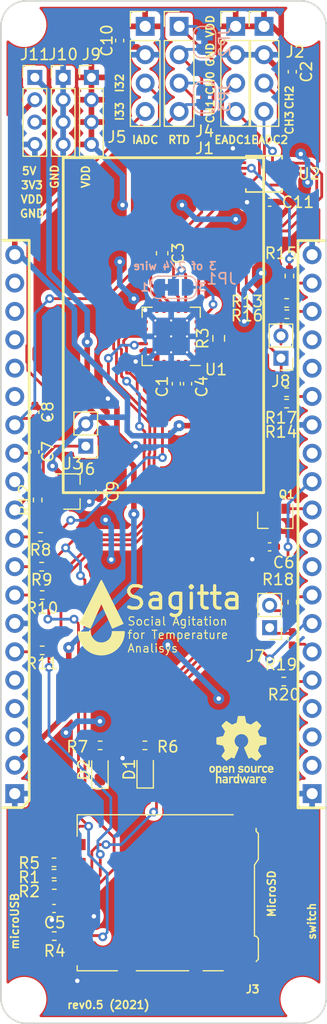
<source format=kicad_pcb>
(kicad_pcb (version 20211014) (generator pcbnew)
  (layers (0 "F.Cu" signal) (31 "B.Cu" signal) (34 "B.Paste" user) (35 "F.Paste" user) (36 "B.SilkS" user "B.Silkscreen") (37 "F.SilkS" user "F.Silkscreen") (38 "B.Mask" user) (39 "F.Mask" user) (44 "Edge.Cuts" user))
  (net 0 "")
  (net 1 "GND")
  (net 2 "+3V3")
  (net 3 "Net-(C3-Pad1)")
  (net 4 "Net-(C3-Pad2)")
  (net 5 "Net-(J1-Pad4)")
  (net 6 "Net-(J1-Pad3)")
  (net 7 "UART2RX")
  (net 8 "UART2TX")
  (net 9 "SCL")
  (net 10 "SDA")
  (net 11 "+5V")
  (net 12 "Net-(JM1-Pad15)")
  (net 13 "EADC_RDY")
  (net 14 "MISO")
  (net 15 "MOSI")
  (net 16 "SCLK")
  (net 17 "RTD_CS")
  (net 18 "Net-(JP1-Pad2)")
  (net 19 "VDD")
  (net 20 "Net-(JM1-Pad2)")
  (net 21 "Net-(JM1-Pad4)")
  (net 22 "VCC_SWITCH")
  (net 23 "Net-(JM1-Pad21)")
  (net 24 "Net-(JM1-Pad22)")
  (net 25 "Net-(JM1-Pad23)")
  (net 26 "Net-(JM1-Pad12)")
  (net 27 "Net-(JM1-Pad13)")
  (net 28 "Net-(JM1-Pad14)")
  (net 29 "Net-(D1-Pad2)")
  (net 30 "Net-(D2-Pad2)")
  (net 31 "BLUELED")
  (net 32 "GREENLED")
  (net 33 "SWITCH")
  (net 34 "Net-(C7-Pad2)")
  (net 35 "Net-(C8-Pad2)")
  (net 36 "Net-(J2-Pad4)")
  (net 37 "Net-(J2-Pad3)")
  (net 38 "SD_CS")
  (net 39 "Net-(J4-Pad4)")
  (net 40 "Net-(J4-Pad1)")
  (net 41 "Net-(J6-Pad1)")
  (net 42 "Net-(JM1-Pad27)")
  (net 43 "Net-(R3-Pad1)")
  (net 44 "Net-(R3-Pad2)")
  (footprint "Connector_Card:microSD_HC_Hirose_DM3AT-SF-PEJM5" (layer "F.Cu") (at 127.762 140.081 90)
    (fp_text reference "J3")
    (fp_text value "MicroSD")
  )
  (footprint "Package_TO_SOT_SMD:SOT-23" (layer "F.Cu") (at 137.668 106.68 -90)
    (fp_text reference "Q1")
    (fp_text value "BSS84" hide)
  )
  (footprint "Package_DFN_QFN:QFN-20-1EP_5x5mm_P0.65mm_EP3.35x3.35mm_ThermalVias" (layer "F.Cu") (at 128.319999 90.246999 180)
    (fp_text reference "U1")
    (fp_text value "MAX31865" hide)
  )
  (footprint "Symbol:OSHW-Logo_5.7x6mm_SilkScreen" (layer "F.Cu") (at 134.62 127.254)
    (fp_text reference "openhardwarelogo1" hide)
    (fp_text value "Logo_Open_Hardware_Large" hide)
  )
  (footprint "Capacitor_SMD:C_0402_1005Metric_Pad0.74x0.62mm_HandSolder" (layer "F.Cu") (at 128.778 94.488 90)
    (fp_text reference "C1")
    (fp_text value "0.1uF")
  )
  (footprint "Capacitor_SMD:C_0402_1005Metric_Pad0.74x0.62mm_HandSolder" (layer "F.Cu") (at 139.192 66.548 90)
    (fp_text reference "C2")
    (fp_text value "0.1uF")
  )
  (footprint "Capacitor_SMD:C_0402_1005Metric_Pad0.74x0.62mm_HandSolder" (layer "F.Cu") (at 129.794 94.488 90)
    (fp_text reference "C4")
    (fp_text value "0.1uF")
  )
  (footprint "Capacitor_SMD:C_0402_1005Metric_Pad0.74x0.62mm_HandSolder" (layer "F.Cu") (at 137.16 109.093)
    (fp_text reference "C6")
    (fp_text value "0.1uF")
  )
  (footprint "Capacitor_SMD:C_0402_1005Metric_Pad0.74x0.62mm_HandSolder" (layer "F.Cu") (at 116.078 100.584 -90)
    (fp_text reference "C7")
    (fp_text value "0.1uF")
  )
  (footprint "Capacitor_SMD:C_0402_1005Metric_Pad0.74x0.62mm_HandSolder" (layer "F.Cu") (at 116.078 97.028 -90)
    (fp_text reference "C8")
    (fp_text value "0.1uF")
  )
  (footprint "Capacitor_SMD:C_0402_1005Metric_Pad0.74x0.62mm_HandSolder" (layer "F.Cu") (at 121.92 104.14 -90)
    (fp_text reference "C9")
    (fp_text value "0.1uF")
  )
  (footprint "Capacitor_SMD:C_0402_1005Metric_Pad0.74x0.62mm_HandSolder" (layer "F.Cu") (at 123.698 63.754 90)
    (fp_text reference "C10")
    (fp_text value "0.1uF")
  )
  (footprint "LED_SMD:LED_0603_1608Metric_Pad1.05x0.95mm_HandSolder" (layer "F.Cu") (at 125.984 129.032 90)
    (fp_text reference "D1")
    (fp_text value "BLUE")
  )
  (footprint "LED_SMD:LED_0603_1608Metric_Pad1.05x0.95mm_HandSolder" (layer "F.Cu") (at 121.92 129.0575 90)
    (fp_text reference "D2")
    (fp_text value "GREEN")
  )
  (footprint "Connector_PinHeader_2.54mm:PinHeader_1x04_P2.54mm_Vertical" (layer "F.Cu") (at 134.112 62.484)
    (fp_text reference "J1")
    (fp_text value "EADC1")
  )
  (footprint "Connector_PinHeader_2.54mm:PinHeader_1x04_P2.54mm_Vertical" (layer "F.Cu") (at 136.652 62.484)
    (fp_text reference "J2")
    (fp_text value "EADC2")
  )
  (footprint "Connector_PinHeader_2.00mm:PinHeader_1x02_P2.00mm_Vertical" (layer "F.Cu") (at 137.16 116.332 180)
    (fp_text reference "J7")
    (fp_text value "UART2")
  )
  (footprint "Connector_PinHeader_2.00mm:PinHeader_1x02_P2.00mm_Vertical" (layer "F.Cu") (at 138.176 92.202 180)
    (fp_text reference "J8")
    (fp_text value "I2C")
  )
  (footprint "Connector_PinHeader_2.00mm:PinHeader_1x04_P2.00mm_Vertical" (layer "F.Cu") (at 121.158 67.056)
    (fp_text reference "J9")
    (fp_text value "SENSVDD")
  )
  (footprint "Connector_PinHeader_2.00mm:PinHeader_1x04_P2.00mm_Vertical" (layer "F.Cu") (at 118.618 67.056)
    (fp_text reference "J10")
    (fp_text value "SENSGND")
  )
  (footprint "Resistor_SMD:R_0402_1005Metric_Pad0.72x0.64mm_HandSolder" (layer "F.Cu") (at 117.797924 138.362658)
    (fp_text reference "R1")
    (fp_text value "10k")
  )
  (footprint "Resistor_SMD:R_0402_1005Metric_Pad0.72x0.64mm_HandSolder" (layer "F.Cu") (at 117.820924 139.378658)
    (fp_text reference "R2")
    (fp_text value "10k")
  )
  (footprint "Resistor_SMD:R_0603_1608Metric_Pad0.98x0.95mm_HandSolder" (layer "F.Cu") (at 132.588 90.424 90)
    (fp_text reference "R3")
    (fp_text value "430 0.1%")
  )
  (footprint "Resistor_SMD:R_0402_1005Metric_Pad0.72x0.64mm_HandSolder" (layer "F.Cu") (at 117.820924 143.950658)
    (fp_text reference "R4")
    (fp_text value "10k")
  )
  (footprint "Resistor_SMD:R_0402_1005Metric_Pad0.72x0.64mm_HandSolder" (layer "F.Cu") (at 117.797924 137.346658)
    (fp_text reference "R5")
    (fp_text value "10k")
  )
  (footprint "Resistor_SMD:R_0402_1005Metric_Pad0.72x0.64mm_HandSolder" (layer "F.Cu") (at 125.961 126.873)
    (fp_text reference "R6")
    (fp_text value "1k")
  )
  (footprint "Resistor_SMD:R_0402_1005Metric_Pad0.72x0.64mm_HandSolder" (layer "F.Cu") (at 121.943 126.873)
    (fp_text reference "R7")
    (fp_text value "1k")
  )
  (footprint "Resistor_SMD:R_0402_1005Metric_Pad0.72x0.64mm_HandSolder" (layer "F.Cu") (at 116.586 108.204 180)
    (fp_text reference "R8")
    (fp_text value "2k")
  )
  (footprint "Resistor_SMD:R_0402_1005Metric_Pad0.72x0.64mm_HandSolder" (layer "F.Cu") (at 116.69 110.871 180)
    (fp_text reference "R9")
    (fp_text value "2k")
  )
  (footprint "Resistor_SMD:R_0402_1005Metric_Pad0.72x0.64mm_HandSolder" (layer "F.Cu") (at 116.736 113.411 180)
    (fp_text reference "R10")
    (fp_text value "2k")
  )
  (footprint "Resistor_SMD:R_0402_1005Metric_Pad0.72x0.64mm_HandSolder" (layer "F.Cu") (at 116.736 118.364 180)
    (fp_text reference "R11")
    (fp_text value "2k")
  )
  (footprint "Resistor_SMD:R_0402_1005Metric_Pad0.72x0.64mm_HandSolder" (layer "F.Cu") (at 138.684 87.249)
    (fp_text reference "R13")
    (fp_text value "4.7k")
  )
  (footprint "Resistor_SMD:R_0402_1005Metric_Pad0.72x0.64mm_HandSolder" (layer "F.Cu") (at 138.684 96.266)
    (fp_text reference "R14")
    (fp_text value "4.7k")
  )
  (footprint "Resistor_SMD:R_0402_1005Metric_Pad0.72x0.64mm_HandSolder" (layer "F.Cu") (at 138.938 84.836 90)
    (fp_text reference "R15")
    (fp_text value "100r")
  )
  (footprint "Resistor_SMD:R_0402_1005Metric_Pad0.72x0.64mm_HandSolder" (layer "F.Cu") (at 138.707 88.265 180)
    (fp_text reference "R16")
    (fp_text value "360r")
  )
  (footprint "Resistor_SMD:R_0402_1005Metric_Pad0.72x0.64mm_HandSolder" (layer "F.Cu") (at 138.684 95.25 180)
    (fp_text reference "R17")
    (fp_text value "360r")
  )
  (footprint "Resistor_SMD:R_0402_1005Metric_Pad0.72x0.64mm_HandSolder" (layer "F.Cu") (at 139.192 114.046 -90)
    (fp_text reference "R18")
    (fp_text value "1k")
  )
  (footprint "Resistor_SMD:R_0402_1005Metric_Pad0.72x0.64mm_HandSolder" (layer "F.Cu") (at 139.192 117.325 90)
    (fp_text reference "R19")
    (fp_text value "1k")
  )
  (footprint "Package_TO_SOT_SMD:SOT-23" (layer "F.Cu") (at 119.38 104.14)
    (fp_text reference "U3")
    (fp_text value "A1104LLHL")
  )
  (footprint "Connector_PinHeader_2.54mm:PinHeader_1x04_P2.54mm_Vertical" (layer "F.Cu") (at 125.984 62.484)
    (fp_text reference "J5")
    (fp_text value "IADC")
  )
  (footprint "Package_SO:TSSOP-10_3x3mm_P0.5mm" (layer "F.Cu") (at 136.652 75.692)
    (fp_text reference "U2")
    (fp_text value "ADS1115IDGS" hide)
  )
  (footprint "Connector_PinHeader_2.54mm:PinHeader_1x04_P2.54mm_Vertical" (layer "F.Cu") (at 129.032 62.484)
    (fp_text reference "J4")
    (fp_text value "RTD")
  )
  (footprint "Capacitor_SMD:C_0603_1608Metric_Pad1.08x0.95mm_HandSolder" (layer "F.Cu") (at 127.508 82.804 -90)
    (fp_text reference "C3")
    (fp_text value "10nF 0.1%")
  )
  (footprint "Resistor_SMD:R_0402_1005Metric_Pad0.72x0.64mm_HandSolder" (layer "F.Cu") (at 116.332 104.902 90)
    (fp_text reference "R12")
    (fp_text value "1k")
  )
  (footprint "Connector_PinHeader_2.00mm:PinHeader_1x02_P2.00mm_Vertical" (layer "F.Cu") (at 120.65 100.076 180)
    (fp_text reference "J6")
    (fp_text value "SWITCH")
  )
  (footprint "Connector_PinHeader_2.00mm:PinHeader_1x04_P2.00mm_Vertical" (layer "F.Cu") (at 116.078 67.056)
    (fp_text reference "J11")
    (fp_text value "POWER")
  )
  (footprint "Capacitor_SMD:C_0402_1005Metric_Pad0.74x0.62mm_HandSolder" (layer "F.Cu") (at 137.16 78.232)
    (fp_text reference "C11")
    (fp_text value "0.1uF")
  )
  (footprint "Resistor_SMD:R_0402_1005Metric_Pad0.72x0.64mm_HandSolder" (layer "F.Cu") (at 138.43 121.158 180)
    (fp_text reference "R20")
    (fp_text value "2k")
  )
  (footprint "Capacitor_SMD:C_0402_1005Metric_Pad0.74x0.62mm_HandSolder" (layer "F.Cu") (at 117.7965 141.478 180)
    (fp_text reference "C5")
    (fp_text value "0.1uF")
  )
  (footprint "Sagitta:Pocket32" (layer "F.Cu") (at 115.5446 62.611)
    (fp_text reference "JM1" hide)
    (fp_text value "Conn_Pocket32" hide)
  )
  (footprint "Jumper:SolderJumper-3_P1.3mm_Bridged12_RoundedPad1.0x1.5mm_NumberLabels" (layer "B.Cu") (at 128.524 85.852)
    (fp_text reference "JP1")
    (fp_text value "3 of 2/4 wire")
  )
  (footprint "Jumper:SolderJumper-2_P1.3mm_Bridged_RoundedPad1.0x1.5mm" (layer "B.Cu") (at 131.318 68.834 90)
    (fp_text reference "JP3")
    (fp_text value " ")
  )
  (footprint "Jumper:SolderJumper-2_P1.3mm_Bridged_RoundedPad1.0x1.5mm" (layer "B.Cu") (at 131.318 63.896 90)
    (fp_text reference "JP2")
    (fp_text value " ")
  )
  (gr_poly (pts (xy 120.0531 116.7638) (xy 120.9929 116.7384) (xy 121.1453 117.221) (xy 121.5517 117.6528) (xy 122.047 117.7798) (xy 122.6693 117.602) (xy 122.9614 117.1829) (xy 123.0884 116.7511) (xy 124.079 116.7384) (xy 123.8504 117.6655) (xy 123.2154 118.3767) (xy 122.4788 118.6942) (xy 121.6025 118.6815) (xy 120.7389 118.2751) (xy 120.1547 117.4496) (xy 120.0404 116.8527)) (layer "F.SilkS") (width 0.15) (fill solid))
  (gr_poly (pts (xy 120.142 115.951) (xy 121.031 116.332) (xy 122.047 114.046) (xy 123.063 116.332) (xy 123.952 115.951) (xy 122.047 112.141)) (layer "F.SilkS") (width 0.15) (fill solid))
  (gr_line (start 123.063 116.713) (end 124.079 116.713) (layer "F.SilkS") (width 0.15))
  (gr_arc (start 123.063 116.713) (mid 122.047 117.729) (end 121.031 116.713) (layer "F.SilkS") (width 0.15))
  (gr_arc (start 124.079 116.713) (mid 122.047 118.745) (end 120.015 116.713) (layer "F.SilkS") (width 0.15))
  (gr_line (start 123.952 115.951) (end 122.047 112.141) (layer "F.SilkS") (width 0.15))
  (gr_line (start 123.063 116.332) (end 123.952 115.951) (layer "F.SilkS") (width 0.15))
  (gr_line (start 122.047 114.046) (end 123.063 116.332) (layer "F.SilkS") (width 0.15))
  (gr_line (start 121.031 116.332) (end 122.047 114.046) (layer "F.SilkS") (width 0.15))
  (gr_line (start 122.047 112.141) (end 120.142 115.951) (layer "F.SilkS") (width 0.15))
  (gr_arc (start 115.316 151.765) (mid 113.699554 151.095446) (end 113.03 149.479) (layer "Edge.Cuts") (width 0.15))
  (gr_line (start 139.954 151.765) (end 115.316 151.765) (layer "Edge.Cuts") (width 0.15))
  (gr_arc (start 139.954 60.198) (mid 141.570446 60.867554) (end 142.24 62.484) (layer "Edge.Cuts") (width 0.15))
  (gr_line (start 113.03 149.479) (end 113.03 62.484) (layer "Edge.Cuts") (width 0.15))
  (gr_arc (start 113.03 62.484) (mid 113.699554 60.867554) (end 115.316 60.198) (layer "Edge.Cuts") (width 0.15))
  (gr_arc (start 142.23648 149.352196) (mid 141.614673 151.049974) (end 139.954 151.765) (layer "Edge.Cuts") (width 0.15))
  (gr_line (start 142.24 62.484) (end 142.23648 149.352196) (layer "Edge.Cuts") (width 0.15))
  (gr_line (start 115.316 60.198) (end 139.954 60.198) (layer "Edge.Cuts") (width 0.15))
  (gr_text "Social Agitation\nfor Temperature\nAnalisys\n" (at 124.333 116.967) (layer "F.SilkS") (effects (font (size 0.75 0.75) (thickness 0.1)) (justify left)))
  (gr_text "Sagitta" (at 129.413 113.665) (layer "F.SilkS") (effects (font (size 2 2) (thickness 0.3))))
  (gr_text "GND" (at 115.824 79.248) (layer "F.SilkS") (effects (font (size 0.7 0.7))))
  (gr_text "GND" (at 117.856 75.946 90) (layer "F.SilkS") (effects (font (size 0.7 0.7))))
  (gr_text "VDD" (at 120.65 75.946 90) (layer "F.SilkS") (effects (font (size 0.7 0.7))))
  (gr_text "VDD" (at 115.824 77.978) (layer "F.SilkS") (effects (font (size 0.7 0.7))))
  (gr_text "EADC2" (at 137.16 72.644) (layer "F.SilkS") (effects (font (size 0.7 0.7))))
  (gr_text "VDD" (at 131.826 62.484 90) (layer "F.SilkS") (effects (font (size 0.7 0.7))))
  (gr_text "GND" (at 131.826 65.024 90) (layer "F.SilkS") (effects (font (size 0.7 0.7))))
  (gr_text "CH1" (at 131.826 70.104 90) (layer "F.SilkS") (effects (font (size 0.7 0.7))))
  (gr_text "I32" (at 123.698 67.564 90) (layer "F.SilkS") (effects (font (size 0.7 0.7))))
  (gr_text "rev0.5 (2021)" (at 122.682 150.114) (layer "F.SilkS") (effects (font (size 0.7 0.7))))
  (gr_text "IADC" (at 125.984 72.644) (layer "F.SilkS") (effects (font (size 0.7 0.7))))
  (gr_text "RTD" (at 129.032 72.644) (layer "F.SilkS") (effects (font (size 0.7 0.7))))
  (gr_text "CH2" (at 138.938 68.834 90) (layer "F.SilkS") (effects (font (size 0.7 0.7))))
  (gr_text "EADC1" (at 133.858 72.644) (layer "F.SilkS") (effects (font (size 0.7 0.7))))
  (gr_text "3V3" (at 115.824 76.708) (layer "F.SilkS") (effects (font (size 0.7 0.7))))
  (gr_text "CH0" (at 131.826 67.564 90) (layer "F.SilkS") (effects (font (size 0.7 0.7))))
  (gr_text "CH3" (at 138.938 71.12 90) (layer "F.SilkS") (effects (font (size 0.7 0.7))))
  (gr_text "I33" (at 123.698 70.104 90) (layer "F.SilkS") (effects (font (size 0.7 0.7))))
  (gr_text "5V" (at 115.57 75.438) (layer "F.SilkS") (effects (font (size 0.7 0.7))))
  (segment (start 133.696998 75.692) (end 134.502 75.692) (width 0.3) (layer "F.Cu") (net 1))
  (segment (start 133.601999 75.597001) (end 133.696998 75.692) (width 0.3) (layer "F.Cu") (net 1))
  (segment (start 133.601999 73.662001) (end 133.601999 75.597001) (width 0.3) (layer "F.Cu") (net 1))
  (segment (start 126.0855 129.921) (end 124.180506 128.016006) (width 0.5) (layer "F.Cu") (net 1))
  (segment (start 134.502 74.692) (end 134.502 74.05) (width 0.3) (layer "F.Cu") (net 1))
  (segment (start 116.078 99.00824) (end 117.28499 97.80125) (width 0.5) (layer "F.Cu") (net 1))
  (segment (start 121.92 104.7075) (end 120.9475 104.7075) (width 0.5) (layer "F.Cu") (net 1))
  (segment (start 136.5925 109.093) (end 135.602951 110.082549) (width 0.5) (layer "F.Cu") (net 1))
  (segment (start 125.844999 91.546999) (end 127.019999 91.546999) (width 0.5) (layer "F.Cu") (net 1))
  (segment (start 129.994998 91.921998) (end 128.319999 90.246999) (width 0.5) (layer "F.Cu") (net 1))
  (segment (start 130.43901 94.346222) (end 130.43901 92.36601) (width 0.25) (layer "F.Cu") (net 1))
  (segment (start 121.844 129.921) (end 123.748994 128.016006) (width 0.5) (layer "F.Cu") (net 1))
  (segment (start 120.037 147.806) (end 119.888 147.955) (width 0.5) (layer "F.Cu") (net 1))
  (segment (start 124.180506 128.016006) (end 123.952018 128.016006) (width 0.5) (layer "F.Cu") (net 1))
  (segment (start 123.444 98.92572) (end 124.616292 100.098012) (width 0.5) (layer "F.Cu") (net 1))
  (segment (start 120.963001 104.723001) (end 120.963001 105.03452) (width 0.5) (layer "F.Cu") (net 1))
  (segment (start 120.75294 142.806) (end 121.378046 142.180894) (width 0.5) (layer "F.Cu") (net 1))
  (segment (start 130.43901 92.36601) (end 129.994998 91.921998) (width 0.5) (layer "F.Cu") (net 1))
  (segment (start 116.078 100.0165) (end 116.078 99.06) (width 0.5) (layer "F.Cu") (net 1))
  (segment (start 124.616292 100.098012) (end 125.12393 100.098012) (width 0.5) (layer "F.Cu") (net 1))
  (segment (start 118.364 141.732) (end 117.602 142.494) (width 0.5) (layer "F.Cu") (net 1))
  (segment (start 123.138809 96.317383) (end 122.63881 95.817384) (width 0.5) (layer "F.Cu") (net 1))
  (segment (start 137.6085 65.9805) (end 136.652 65.024) (width 0.5) (layer "F.Cu") (net 1))
  (segment (start 116.078 96.4605) (end 116.20949 96.4605) (width 0.5) (layer "F.Cu") (net 1))
  (segment (start 134.502 74.05) (end 133.858 73.406) (width 0.5) (layer "F.Cu") (net 1))
  (segment (start 123.444 98.92572) (end 123.444 96.622574) (width 0.5) (layer "F.Cu") (net 1))
  (segment (start 120.9475 104.7075) (end 120.38 104.14) (width 0.5) (layer "F.Cu") (net 1))
  (segment (start 120.037 142.806) (end 120.75294 142.806) (width 0.5) (layer "F.Cu") (net 1))
  (segment (start 116.20949 96.4605) (end 117.28499 97.536) (width 0.5) (layer "F.Cu") (net 1))
  (segment (start 139.192 65.9805) (end 137.6085 65.9805) (width 0.5) (layer "F.Cu") (net 1))
  (segment (start 129.794 94.973) (end 130.128168 94.638832) (width 0.25) (layer "F.Cu") (net 1))
  (segment (start 123.444 96.622574) (end 123.138809 96.317383) (width 0.5) (layer "F.Cu") (net 1))
  (segment (start 126.096001 87.771999) (end 125.984 87.884) (width 0.5) (layer "F.Cu") (net 1))
  (segment (start 127.019999 92.721999) (end 127.019999 91.546999) (width 0.5) (layer "F.Cu") (net 1))
  (segment (start 123.698 64.3215) (end 125.2815 64.3215) (width 0.5) (layer "F.Cu") (net 1))
  (segment (start 116.078 99.00824) (end 116.078 100.0165) (width 0.3) (layer "F.Cu") (net 1))
  (segment (start 135.602951 110.082549) (end 135.602951 110.202951) (width 0.5) (layer "F.Cu") (net 1))
  (segment (start 120.037 145.956) (end 120.037 147.806) (width 0.5) (layer "F.Cu") (net 1))
  (segment (start 118.364 141.478) (end 118.364 141.732) (width 0.5) (layer "F.Cu") (net 1))
  (segment (start 123.444 97.205989) (end 123.444 98.92572) (width 0.5) (layer "F.Cu") (net 1))
  (segment (start 130.128168 94.638832) (end 130.1464 94.638832) (width 0.25) (layer "F.Cu") (net 1))
  (segment (start 127.019999 91.546999) (end 128.319999 90.246999) (width 0.5) (layer "F.Cu") (net 1))
  (segment (start 123.748994 128.016006) (end 123.952018 128.016006) (width 0.5) (layer "F.Cu") (net 1))
  (segment (start 127.019999 87.771999) (end 126.096001 87.771999) (width 0.5) (layer "F.Cu") (net 1))
  (segment (start 130.1464 94.638832) (end 130.43901 94.346222) (width 0.25) (layer "F.Cu") (net 1))
  (segment (start 136.5925 78.232) (end 135.128 78.232) (width 0.5) (layer "F.Cu") (net 1))
  (segment (start 128.778 94.973) (end 129.794 94.973) (width 0.5) (layer "F.Cu") (net 1))
  (segment (start 133.858 73.406) (end 133.601999 73.662001) (width 0.5) (layer "F.Cu") (net 1))
  (segment (start 117.28499 97.80125) (end 117.28499 97.536) (width 0.5) (layer "F.Cu") (net 1))
  (segment (start 125.2815 64.3215) (end 125.984 65.024) (width 0.5) (layer "F.Cu") (net 1))
  (segment (start 120.9475 104.7075) (end 120.963001 104.723001) (width 0.5) (layer "F.Cu") (net 1))
  (via (at 133.858 73.406) (size 1) (drill 0.4) (layers "F.Cu" "B.Cu") (net 1))
  (via (at 125.12393 100.098012) (size 1) (drill 0.4) (layers "F.Cu" "B.Cu") (net 1))
  (via (at 135.602951 110.202951) (size 1) (drill 0.4) (layers "F.Cu" "B.Cu") (net 1))
  (via (at 121.378046 142.180894) (size 1) (drill 0.4) (layers "F.Cu" "B.Cu") (net 1))
  (via (at 119.888 147.955) (size 1) (drill 0.4) (layers "F.Cu" "B.Cu") (net 1))
  (via (at 123.952018 128.016006) (size 1) (drill 0.4) (layers "F.Cu" "B.Cu") (net 1))
  (via (at 135.128 78.232) (size 1) (drill 0.4) (layers "F.Cu" "B.Cu") (net 1))
  (via (at 117.28499 97.536) (size 1) (drill 0.4) (layers "F.Cu" "B.Cu") (net 1))
  (via (at 122.63881 95.817384) (size 1) (drill 0.4) (layers "F.Cu" "B.Cu") (net 1))
  (via (at 125.984 87.884) (size 1) (drill 0.4) (layers "F.Cu" "B.Cu") (net 1))
  (via (at 120.963001 105.03452) (size 1) (drill 0.4) (layers "F.Cu" "B.Cu") (net 1))
  (via (at 117.602 142.494) (size 1) (drill 0.4) (layers "F.Cu" "B.Cu") (net 1))
  (via (at 125.132033 92.497229) (size 1) (drill 0.4) (layers "F.Cu" "B.Cu") (net 1))
  (segment (start 126.647512 88.574512) (end 128.319999 90.246999) (width 0.5) (layer "B.Cu") (net 1))
  (segment (start 126.647512 88.547512) (end 125.984 87.884) (width 0.5) (layer "B.Cu") (net 1))
  (segment (start 126.647512 91.919488) (end 126.069771 92.497229) (width 0.5) (layer "B.Cu") (net 1))
  (segment (start 126.647512 88.547512) (end 126.647512 88.574512) (width 0.5) (layer "B.Cu") (net 1))
  (segment (start 127.254 86.614) (end 125.984 87.884) (width 0.5) (layer "B.Cu") (net 1))
  (segment (start 130.783 92.71) (end 130.81 92.71) (width 0.5) (layer "B.Cu") (net 1))
  (segment (start 127.254 85.852) (end 127.254 86.614) (width 0.5) (layer "B.Cu") (net 1))
  (segment (start 126.069771 92.497229) (end 125.132033 92.497229) (width 0.5) (layer "B.Cu") (net 1))
  (segment (start 129.992488 88.574512) (end 130.81 87.757) (width 0.5) (layer "B.Cu") (net 1))
  (segment (start 131.261845 98.241845) (end 129.0325 98.241845) (width 0.5) (layer "F.Cu") (net 2))
  (segment (start 121.5375 103.19) (end 118.38 103.19) (width 0.5) (layer "F.Cu") (net 2))
  (segment (start 118.38 103.19) (end 118.38 102.56899) (width 0.5) (layer "F.Cu") (net 2))
  (segment (start 136.718 105.68) (end 136.718 103.698) (width 0.5) (layer "F.Cu") (net 2))
  (segment (start 121.92 103.5725) (end 121.5375 103.19) (width 0.5) (layer "F.Cu") (net 2))
  (segment (start 136.718 103.698) (end 131.261845 98.241845) (width 0.5) (layer "F.Cu") (net 2))
  (segment (start 118.38 102.56899) (end 117.66501 101.854) (width 0.5) (layer "F.Cu") (net 2))
  (segment (start 114.2746 70.8594) (end 114.2746 82.931) (width 0.5) (layer "F.Cu") (net 2))
  (segment (start 116.078 69.056) (end 114.2746 70.8594) (width 0.5) (layer "F.Cu") (net 2))
  (segment (start 117.602 101.854) (end 117.66501 101.854) (width 0.5) (layer "F.Cu") (net 2))
  (via (at 129.0325 98.241845) (size 1) (drill 0.4) (layers "F.Cu" "B.Cu") (net 2))
  (via (at 117.66501 101.854) (size 1) (drill 0.4) (layers "F.Cu" "B.Cu") (net 2))
  (segment (start 128.81 98.076) (end 128.81 98.076) (width 0.5) (layer "B.Cu") (net 2))
  (segment (start 124.394001 97.484001) (end 121.241999 97.484001) (width 0.5) (layer "B.Cu") (net 2))
  (segment (start 124.813998 99.148002) (end 128.126343 99.148002) (width 0.5) (layer "B.Cu") (net 2))
  (segment (start 119.634 90.943996) (end 124.394001 95.703997) (width 0.5) (layer "B.Cu") (net 2))
  (segment (start 121.241999 97.484001) (end 120.65 98.076) (width 0.5) (layer "B.Cu") (net 2))
  (segment (start 114.726677 82.931) (end 119.634 87.838323) (width 0.5) (layer "B.Cu") (net 2))
  (segment (start 120.65 98.076) (end 120.770001 97.955999) (width 0.5) (layer "B.Cu") (net 2))
  (segment (start 114.3 82.931) (end 114.726677 82.931) (width 0.5) (layer "B.Cu") (net 2))
  (segment (start 119.634 87.838323) (end 119.634 90.943996) (width 0.5) (layer "B.Cu") (net 2))
  (segment (start 120.65 98.076) (end 117.66501 101.06099) (width 0.5) (layer "B.Cu") (net 2))
  (segment (start 117.66501 101.06099) (end 117.66501 101.854) (width 0.5) (layer "B.Cu") (net 2))
  (segment (start 124.371998 97.506004) (end 124.371998 98.706002) (width 0.5) (layer "B.Cu") (net 2))
  (segment (start 124.394001 97.484001) (end 124.371998 97.506004) (width 0.5) (layer "B.Cu") (net 2))
  (segment (start 124.371998 98.706002) (end 124.813998 99.148002) (width 0.5) (layer "B.Cu") (net 2))
  (segment (start 128.126343 99.148002) (end 129.0325 98.241845) (width 0.5) (layer "B.Cu") (net 2))
  (segment (start 124.394001 95.703997) (end 124.394001 97.484001) (width 0.5) (layer "B.Cu") (net 2))
  (segment (start 128.524 86.267165) (end 128.524 81.665231) (width 0.25) (layer "F.Cu") (net 3))
  (segment (start 131.064 67.056) (end 129.032 65.024) (width 0.25) (layer "F.Cu") (net 3))
  (segment (start 128.24773 81.9415) (end 128.589615 81.599615) (width 0.25) (layer "F.Cu") (net 3))
  (segment (start 128.969999 87.296999) (end 128.969999 87.771999) (width 0.25) (layer "F.Cu") (net 3))
  (segment (start 128.524 81.665231) (end 128.589615 81.599615) (width 0.25) (layer "F.Cu") (net 3))
  (segment (start 128.969999 86.713164) (end 128.524 86.267165) (width 0.25) (layer "F.Cu") (net 3))
  (segment (start 131.064 79.125231) (end 131.064 67.056) (width 0.25) (layer "F.Cu") (net 3))
  (segment (start 127.508 81.9415) (end 128.24773 81.9415) (width 0.25) (layer "F.Cu") (net 3))
  (segment (start 128.969999 87.771999) (end 128.969999 86.713164) (width 0.25) (layer "F.Cu") (net 3))
  (segment (start 128.589615 81.599615) (end 131.064 79.125231) (width 0.25) (layer "F.Cu") (net 3))
  (segment (start 129.51 64.546) (end 129.032 65.024) (width 0.25) (layer "B.Cu") (net 3))
  (segment (start 131.318 64.546) (end 129.51 64.546) (width 0.25) (layer "B.Cu") (net 3))
  (segment (start 127.508 83.6665) (end 125.73 81.8885) (width 0.25) (layer "F.Cu") (net 4))
  (segment (start 127.4075 83.6665) (end 126.492 84.582) (width 0.25) (layer "F.Cu") (net 4))
  (segment (start 126.492 85.569) (end 128.319999 87.396999) (width 0.25) (layer "F.Cu") (net 4))
  (segment (start 130.302 70.866) (end 130.302 68.834) (width 0.25) (layer "F.Cu") (net 4))
  (segment (start 125.73 75.438) (end 130.302 70.866) (width 0.25) (layer "F.Cu") (net 4))
  (segment (start 130.302 68.834) (end 129.032 67.564) (width 0.25) (layer "F.Cu") (net 4))
  (segment (start 125.73 81.8885) (end 125.73 75.438) (width 0.25) (layer "F.Cu") (net 4))
  (segment (start 128.319999 87.396999) (end 128.319999 87.771999) (width 0.25) (layer "F.Cu") (net 4))
  (segment (start 126.492 84.582) (end 126.492 85.569) (width 0.25) (layer "F.Cu") (net 4))
  (segment (start 127.508 83.6665) (end 127.4075 83.6665) (width 0.25) (layer "F.Cu") (net 4))
  (segment (start 129.032 67.564) (end 130.698 67.564) (width 0.25) (layer "B.Cu") (net 4))
  (segment (start 130.698 67.564) (end 131.318 68.184) (width 0.25) (layer "B.Cu") (net 4))
  (segment (start 136.24588 75.74812) (end 135.302 76.692) (width 0.25) (layer "F.Cu") (net 5))
  (segment (start 134.112 70.104) (end 136.238988 72.230988) (width 0.25) (layer "F.Cu") (net 5))
  (segment (start 136.238988 74.956401) (end 136.24588 74.963293) (width 0.25) (layer "F.Cu") (net 5))
  (segment (start 136.238988 72.230988) (end 136.238988 74.956401) (width 0.25) (layer "F.Cu") (net 5))
  (segment (start 135.302 76.692) (end 134.502 76.692) (width 0.25) (layer "F.Cu") (net 5))
  (segment (start 136.24588 74.963293) (end 136.24588 75.74812) (width 0.25) (layer "F.Cu") (net 5))
  (segment (start 134.502 76.192) (end 133.525232 76.192) (width 0.25) (layer "F.Cu") (net 6))
  (segment (start 132.936999 68.739001) (end 134.112 67.564) (width 0.25) (layer "F.Cu") (net 6))
  (segment (start 133.525232 76.192) (end 132.936999 75.603767) (width 0.25) (layer "F.Cu") (net 6))
  (segment (start 132.936999 75.603767) (end 132.936999 68.739001) (width 0.25) (layer "F.Cu") (net 6))
  (segment (start 137.668 116.84) (end 137.16 116.332) (width 0.25) (layer "F.Cu") (net 7))
  (segment (start 139.192 116.84) (end 137.668 116.84) (width 0.25) (layer "F.Cu") (net 7))
  (segment (start 137.636 114.808) (end 138.915 114.808) (width 0.25) (layer "F.Cu") (net 8))
  (segment (start 137.16 114.332) (end 137.636 114.808) (width 0.25) (layer "F.Cu") (net 8))
  (segment (start 138.915 114.808) (end 139.192 114.531) (width 0.25) (layer "F.Cu") (net 8))
  (segment (start 138.779191 80.808998) (end 138.081998 80.808998) (width 0.25) (layer "F.Cu") (net 9))
  (segment (start 138.176 88.851004) (end 138.176 90.932) (width 0.25) (layer "F.Cu") (net 9))
  (segment (start 141.839371 77.748818) (end 138.779191 80.808998) (width 0.25) (layer "F.Cu") (net 9))
  (segment (start 138.081998 80.808998) (end 135.064998 83.825998) (width 0.25) (layer "F.Cu") (net 9))
  (segment (start 138.1095 88.265) (end 138.1095 88.784504) (width 0.25) (layer "F.Cu") (net 9))
  (segment (start 135.064998 85.740002) (end 138.176 88.851004) (width 0.25) (layer "F.Cu") (net 9))
  (segment (start 138.849001 74.739001) (end 140.858415 74.739001) (width 0.25) (layer "F.Cu") (net 9))
  (segment (start 135.064998 83.825998) (end 135.064998 85.740002) (width 0.25) (layer "F.Cu") (net 9))
  (segment (start 141.839454 75.72004) (end 141.839371 77.748818) (width 0.25) (layer "F.Cu") (net 9))
  (segment (start 138.802 74.692) (end 138.849001 74.739001) (width 0.25) (layer "F.Cu") (net 9))
  (segment (start 138.1095 88.784504) (end 138.176 88.851004) (width 0.25) (layer "F.Cu") (net 9))
  (segment (start 140.858415 74.739001) (end 141.839454 75.72004) (width 0.25) (layer "F.Cu") (net 9))
  (segment (start 138.199 92.225) (end 138.176 92.202) (width 0.25) (layer "F.Cu") (net 10))
  (segment (start 134.366 86.233) (end 134.366 83.888585) (width 0.25) (layer "F.Cu") (net 10))
  (segment (start 134.366 83.888585) (end 137.895598 80.358987) (width 0.25) (layer "F.Cu") (net 10))
  (segment (start 138.176 92.202) (end 136.652 90.678) (width 0.25) (layer "F.Cu") (net 10))
  (segment (start 138.338794 80.358987) (end 141.389379 77.308402) (width 0.25) (layer "F.Cu") (net 10))
  (segment (start 136.652 88.519) (end 134.366 86.233) (width 0.25) (layer "F.Cu") (net 10))
  (segment (start 141.389435 75.906433) (end 140.675002 75.192) (width 0.25) (layer "F.Cu") (net 10))
  (segment (start 138.199 95.25) (end 138.199 92.225) (width 0.25) (layer "F.Cu") (net 10))
  (segment (start 137.895598 80.358987) (end 138.338794 80.358987) (width 0.25) (layer "F.Cu") (net 10))
  (segment (start 136.652 90.678) (end 136.652 88.519) (width 0.25) (layer "F.Cu") (net 10))
  (segment (start 140.675002 75.192) (end 138.802 75.192) (width 0.25) (layer "F.Cu") (net 10))
  (segment (start 141.389379 77.308402) (end 141.389435 75.906433) (width 0.25) (layer "F.Cu") (net 10))
  (segment (start 117.475 125.476) (end 117.729 125.222) (width 0.5) (layer "F.Cu") (net 11))
  (segment (start 117.729 125.222) (end 119.120979 123.830021) (width 0.5) (layer "F.Cu") (net 11))
  (segment (start 124.968 106.172008) (end 124.968 101.855726) (width 0.5) (layer "F.Cu") (net 11))
  (segment (start 122.615567 99.503293) (end 122.615567 98.376565) (width 0.5) (layer "F.Cu") (net 11))
  (segment (start 114.3 128.651) (end 117.729 125.222) (width 0.5) (layer "F.Cu") (net 11))
  (segment (start 120.781126 96.542124) (end 120.781126 90.747604) (width 0.5) (layer "F.Cu") (net 11))
  (segment (start 124.968 101.855726) (end 122.615567 99.503293) (width 0.5) (layer "F.Cu") (net 11))
  (segment (start 119.120979 118.817106) (end 119.120979 118.11) (width 0.5) (layer "F.Cu") (net 11))
  (segment (start 122.615567 98.376565) (end 120.781126 96.542124) (width 0.5) (layer "F.Cu") (net 11))
  (segment (start 119.120979 123.830021) (end 119.120979 118.817106) (width 0.5) (layer "F.Cu") (net 11))
  (via (at 119.120979 118.11) (size 1) (drill 0.4) (layers "F.Cu" "B.Cu") (net 11))
  (via (at 120.781126 90.747604) (size 1) (drill 0.4) (layers "F.Cu" "B.Cu") (net 11))
  (via (at 124.968 106.172008) (size 1) (drill 0.4) (layers "F.Cu" "B.Cu") (net 11))
  (segment (start 124.968 112.262979) (end 124.968 106.172008) (width 0.5) (layer "B.Cu") (net 11))
  (segment (start 120.781126 87.995484) (end 120.781126 90.747604) (width 0.5) (layer "B.Cu") (net 11))
  (segment (start 117.348 68.326) (end 117.348 84.562358) (width 0.5) (layer "B.Cu") (net 11))
  (segment (start 117.348 84.562358) (end 120.781126 87.995484) (width 0.5) (layer "B.Cu") (net 11))
  (segment (start 116.078 67.056) (end 117.348 68.326) (width 0.5) (layer "B.Cu") (net 11))
  (segment (start 119.120979 118.11) (end 124.968 112.262979) (width 0.5) (layer "B.Cu") (net 11))
  (segment (start 139.0275 121.158) (end 140.84747 121.158) (width 0.25) (layer "F.Cu") (net 12))
  (segment (start 140.84747 121.158) (end 140.97447 121.031) (width 0.25) (layer "F.Cu") (net 12))
  (segment (start 135.520274 75.192) (end 135.520878 75.191396) (width 0.25) (layer "F.Cu") (net 13))
  (segment (start 134.502 75.192) (end 135.520274 75.192) (width 0.25) (layer "F.Cu") (net 13))
  (segment (start 138.938 83.312) (end 138.938 84.2385) (width 0.25) (layer "F.Cu") (net 13))
  (via (at 138.938 83.312) (size 0.8) (drill 0.4) (layers "F.Cu" "B.Cu") (net 13))
  (via (at 135.520878 75.191396) (size 0.8) (drill 0.4) (layers "F.Cu" "B.Cu") (net 13))
  (segment (start 138.938 78.608518) (end 138.938 83.312) (width 0.25) (layer "B.Cu") (net 13))
  (segment (start 135.520878 75.191396) (end 138.938 78.608518) (width 0.25) (layer "B.Cu") (net 13))
  (segment (start 120.084315 134.112) (end 120.904 134.112) (width 0.25) (layer "F.Cu") (net 14))
  (segment (start 119.595042 115.57) (end 119.995041 115.969999) (width 0.25) (layer "F.Cu") (net 14))
  (segment (start 126.332988 106.918427) (end 126.332988 100.746369) (width 0.25) (layer "F.Cu") (net 14))
  (segment (start 124.788403 108.463012) (end 126.332988 106.918427) (width 0.25) (layer "F.Cu") (net 14))
  (segment (start 125.143709 90.896999) (end 125.006011 91.034697) (width 0.25) (layer "F.Cu") (net 14))
  (segment (start 122.682 94.293385) (end 122.682 92.202) (width 0.25) (layer "F.Cu") (net 14))
  (segment (start 118.282924 135.913391) (end 120.084315 134.112) (width 0.25) (layer "F.Cu") (net 14))
  (segment (start 118.282924 137.346658) (end 118.282924 135.913391) (width 0.25) (layer "F.Cu") (net 14))
  (segment (start 117.3335 115.4815) (end 117.245 115.57) (width 0.25) (layer "F.Cu") (net 14))
  (segment (start 126.332988 100.746369) (end 126.398943 100.680414) (width 0.25) (layer "F.Cu") (net 14))
  (segment (start 125.369999 90.896999) (end 125.844999 90.896999) (width 0.25) (layer "F.Cu") (net 14))
  (segment (start 126.398943 100.680414) (end 126.398943 98.010328) (width 0.25) (layer "F.Cu") (net 14))
  (segment (start 122.062 143.906) (end 122.174 144.018) (width 0.25) (layer "F.Cu") (net 14))
  (segment (start 126.398943 98.010328) (end 122.682 94.293385) (width 0.25) (layer "F.Cu") (net 14))
  (segment (start 119.995041 133.203041) (end 120.904 134.112) (width 0.25) (layer "F.Cu") (net 14))
  (segment (start 120.037 143.906) (end 122.062 143.906) (width 0.25) (layer "F.Cu") (net 14))
  (segment (start 119.995041 115.969999) (end 119.995041 133.203041) (width 0.25) (layer "F.Cu") (net 14))
  (segment (start 117.221 113.411) (end 117.221 112.728413) (width 0.25) (layer "F.Cu") (net 14))
  (segment (start 117.3335 113.411) (end 117.3335 115.4815) (width 0.25) (layer "F.Cu") (net 14))
  (segment (start 125.844999 90.896999) (end 125.143709 90.896999) (width 0.25) (layer "F.Cu") (net 14))
  (segment (start 117.221 112.728413) (end 121.4864 108.463012) (width 0.25) (layer "F.Cu") (net 14))
  (segment (start 121.4864 108.463012) (end 124.788403 108.463012) (width 0.25) (layer "F.Cu") (net 14))
  (via (at 117.245 115.57) (size 0.8) (drill 0.4) (layers "F.Cu" "B.Cu") (net 14))
  (via (at 122.682 92.202) (size 0.8) (drill 0.4) (layers "F.Cu" "B.Cu") (net 14))
  (via (at 125.006011 91.034697) (size 0.8) (drill 0.4) (layers "F.Cu" "B.Cu") (net 14))
  (via (at 119.595042 115.57) (size 0.8) (drill 0.4) (layers "F.Cu" "B.Cu") (net 14))
  (via (at 122.174 144.018) (size 0.8) (drill 0.4) (layers "F.Cu" "B.Cu") (net 14))
  (via (at 120.904 134.112) (size 0.8) (drill 0.4) (layers "F.Cu" "B.Cu") (net 14))
  (segment (start 120.904 136.653789) (end 122.573999 138.323788) (width 0.25) (layer "B.Cu") (net 14))
  (segment (start 122.573999 138.323788) (end 122.573999 143.618001) (width 0.25) (layer "B.Cu") (net 14))
  (segment (start 125.006011 91.034697) (end 123.849303 91.034697) (width 0.25) (layer "B.Cu") (net 14))
  (segment (start 123.849303 91.034697) (end 122.682 92.202) (width 0.25) (layer "B.Cu") (net 14))
  (segment (start 120.904 134.112) (end 120.904 136.653789) (width 0.25) (layer "B.Cu") (net 14))
  (segment (start 119.31299 115.57) (end 117.245 115.57) (width 0.25) (layer "B.Cu") (net 14))
  (segment (start 122.573999 143.618001) (end 122.174 144.018) (width 0.25) (layer "B.Cu") (net 14))
  (segment (start 118.305924 139.378658) (end 119.909658 139.378658) (width 0.25) (layer "F.Cu") (net 15))
  (segment (start 123.153002 90.264002) (end 123.153001 91.345999) (width 0.25) (layer "F.Cu") (net 15))
  (segment (start 123.407001 91.599999) (end 123.407001 94.381975) (width 0.25) (layer "F.Cu") (net 15))
  (segment (start 126.782999 100.932769) (end 126.782999 107.104827) (width 0.25) (layer "F.Cu") (net 15))
  (segment (start 121.6728 108.913023) (end 118.420021 112.165802) (width 0.25) (layer "F.Cu") (net 15))
  (segment (start 117.348 118.3785) (end 117.3335 118.364) (width 0.25) (layer "F.Cu") (net 15))
  (segment (start 119.909658 139.378658) (end 120.037 139.506) (width 0.25) (layer "F.Cu") (net 15))
  (segment (start 126.848954 100.866814) (end 126.782999 100.932769) (width 0.25) (layer "F.Cu") (net 15))
  (segment (start 121.952266 138.523323) (end 121.952266 136.629053) (width 0.25) (layer "F.Cu") (net 15))
  (segment (start 124.974803 108.913023) (end 121.6728 108.913023) (width 0.25) (layer "F.Cu") (net 15))
  (segment (start 125.844999 88.946999) (end 124.470005 88.946999) (width 0.25) (layer "F.Cu") (net 15))
  (segment (start 126.848954 97.823928) (end 126.848954 100.866814) (width 0.25) (layer "F.Cu") (net 15))
  (segment (start 118.420021 117.164979) (end 117.221 118.364) (width 0.25) (layer "F.Cu") (net 15))
  (segment (start 123.153001 91.345999) (end 123.407001 91.599999) (width 0.25) (layer "F.Cu") (net 15))
  (segment (start 124.470005 88.946999) (end 123.153002 90.264002) (width 0.25) (layer "F.Cu") (net 15))
  (segment (start 118.420021 112.165802) (end 118.420021 117.164979) (width 0.25) (layer "F.Cu") (net 15))
  (segment (start 120.969589 139.506) (end 121.952266 138.523323) (width 0.25) (layer "F.Cu") (net 15))
  (segment (start 117.348 119.888) (end 117.348 118.3785) (width 0.25) (layer "F.Cu") (net 15))
  (segment (start 123.407001 94.381975) (end 126.848954 97.823928) (width 0.25) (layer "F.Cu") (net 15))
  (segment (start 126.782999 107.104827) (end 124.974803 108.913023) (width 0.25) (layer "F.Cu") (net 15))
  (segment (start 120.037 139.506) (end 120.969589 139.506) (width 0.25) (layer "F.Cu") (net 15))
  (via (at 117.348 119.888) (size 0.8) (drill 0.4) (layers "F.Cu" "B.Cu") (net 15))
  (via (at 121.952266 136.629053) (size 0.8) (drill 0.4) (layers "F.Cu" "B.Cu") (net 15))
  (segment (start 122.899001 131.535001) (end 122.899001 134.251327) (width 0.25) (layer "B.Cu") (net 15))
  (segment (start 117.348 125.984) (end 122.899001 131.535001) (width 0.25) (layer "B.Cu") (net 15))
  (segment (start 121.739989 136.416776) (end 121.952266 136.629053) (width 0.25) (layer "B.Cu") (net 15))
  (segment (start 122.899001 134.251327) (end 121.739989 135.410339) (width 0.25) (layer "B.Cu") (net 15))
  (segment (start 121.739989 135.410339) (end 121.739989 136.416776) (width 0.25) (layer "B.Cu") (net 15))
  (segment (start 117.348 119.888) (end 117.348 125.984) (width 0.25) (layer "B.Cu") (net 15))
  (segment (start 123.603013 90.450402) (end 124.456416 89.596999) (width 0.25) (layer "F.Cu") (net 16))
  (segment (start 120.037 141.706) (end 120.422 141.706) (width 0.25) (layer "F.Cu") (net 16))
  (segment (start 123.603011 91.159598) (end 123.603013 90.450402) (width 0.25) (layer "F.Cu") (net 16))
  (segment (start 125.948932 100.494014) (end 125.948932 98.770944) (width 0.25) (layer "F.Cu") (net 16))
  (segment (start 123.857012 91.413599) (end 123.603011 91.159598) (width 0.25) (layer "F.Cu") (net 16))
  (segment (start 124.602003 108.013001) (end 125.882977 106.732027) (width 0.25) (layer "F.Cu") (net 16))
  (segment (start 117.175 110.857174) (end 118.842087 109.190087) (width 0.25) (layer "F.Cu") (net 16))
  (segment (start 118.842087 109.190087) (end 120.019173 108.013001) (width 0.25) (layer "F.Cu") (net 16))
  (segment (start 125.882977 106.732027) (end 125.882977 100.559969) (width 0.25) (layer "F.Cu") (net 16))
  (segment (start 124.319167 94.265186) (end 123.857012 93.803031) (width 0.25) (layer "F.Cu") (net 16))
  (segment (start 125.948932 98.770944) (end 125.475988 98.298) (width 0.25) (layer "F.Cu") (net 16))
  (segment (start 123.857012 93.803031) (end 123.857012 91.413599) (width 0.25) (layer "F.Cu") (net 16))
  (segment (start 123.19 137.922) (end 123.19 135.128) (width 0.25) (layer "F.Cu") (net 16))
  (segment (start 118.418424 142.947576) (end 118.418424 143.950658) (width 0.25) (layer "F.Cu") (net 16))
  (segment (start 117.175 110.871) (end 117.175 110.857174) (width 0.25) (layer "F.Cu") (net 16))
  (segment (start 125.882977 100.559969) (end 125.948932 100.494014) (width 0.25) (layer "F.Cu") (net 16))
  (segment (start 121.412 139.7) (end 123.19 137.922) (width 0.25) (layer "F.Cu") (net 16))
  (segment (start 121.412 140.716) (end 121.412 139.7) (width 0.25) (layer "F.Cu") (net 16))
  (segment (start 120.422 141.706) (end 121.412 140.716) (width 0.25) (layer "F.Cu") (net 16))
  (segment (start 120.019173 108.013001) (end 124.602003 108.013001) (width 0.25) (layer "F.Cu") (net 16))
  (segment (start 120.575996 132.513996) (end 120.575996 112.070032) (width 0.25) (layer "F.Cu") (net 16))
  (segment (start 120.037 141.706) (end 119.66 141.706) (width 0.25) (layer "F.Cu") (net 16))
  (segment (start 120.575996 112.070032) (end 120.175997 111.670033) (width 0.25) (layer "F.Cu") (net 16))
  (segment (start 123.19 135.128) (end 120.575996 132.513996) (width 0.25) (layer "F.Cu") (net 16))
  (segment (start 119.66 141.706) (end 118.418424 142.947576) (width 0.25) (layer "F.Cu") (net 16))
  (segment (start 124.456416 89.596999) (end 125.844999 89.596999) (width 0.25) (layer "F.Cu") (net 16))
  (via (at 118.842087 109.190087) (size 0.8) (drill 0.4) (layers "F.Cu" "B.Cu") (net 16))
  (via (at 124.319167 94.265186) (size 0.8) (drill 0.4) (layers "F.Cu" "B.Cu") (net 16))
  (via (at 120.175997 111.670033) (size 0.8) (drill 0.4) (layers "F.Cu" "B.Cu") (net 16))
  (via (at 125.475988 98.298) (size 0.8) (drill 0.4) (layers "F.Cu" "B.Cu") (net 16))
  (segment (start 124.319167 94.265186) (end 125.475988 95.422007) (width 0.25) (layer "B.Cu") (net 16))
  (segment (start 120.175997 110.523997) (end 120.175997 111.670033) (width 0.25) (layer "B.Cu") (net 16))
  (segment (start 125.475988 95.422007) (end 125.475988 98.298) (width 0.25) (layer "B.Cu") (net 16))
  (segment (start 118.842087 109.190087) (end 120.175997 110.523997) (width 0.25) (layer "B.Cu") (net 16))
  (segment (start 124.307023 93.524077) (end 124.323132 93.540186) (width 0.25) (layer "F.Cu") (net 17))
  (segment (start 117.809734 108.204) (end 119.296615 106.717119) (width 0.25) (layer "F.Cu") (net 17))
  (segment (start 124.053023 90.636803) (end 124.053022 90.973198) (width 0.25) (layer "F.Cu") (net 17))
  (segment (start 117.1835 108.204) (end 117.809734 108.204) (width 0.25) (layer "F.Cu") (net 17))
  (segment (start 125.266126 95.342571) (end 127.534965 97.61141) (width 0.25) (layer "F.Cu") (net 17))
  (segment (start 124.307023 91.227199) (end 124.307023 93.524077) (width 0.25) (layer "F.Cu") (net 17))
  (segment (start 124.619472 93.540186) (end 125.266126 94.18684) (width 0.25) (layer "F.Cu") (net 17))
  (segment (start 124.053022 90.973198) (end 124.307023 91.227199) (width 0.25) (layer "F.Cu") (net 17))
  (segment (start 124.442827 90.246999) (end 124.053023 90.636803) (width 0.25) (layer "F.Cu") (net 17))
  (segment (start 127.534965 97.61141) (end 127.534965 101.101398) (width 0.25) (layer "F.Cu") (net 17))
  (segment (start 125.844999 90.246999) (end 124.442827 90.246999) (width 0.25) (layer "F.Cu") (net 17))
  (segment (start 124.323132 93.540186) (end 124.619472 93.540186) (width 0.25) (layer "F.Cu") (net 17))
  (segment (start 125.266126 94.18684) (end 125.266126 95.342571) (width 0.25) (layer "F.Cu") (net 17))
  (via (at 119.296615 106.717119) (size 0.8) (drill 0.4) (layers "F.Cu" "B.Cu") (net 17))
  (via (at 127.534965 101.101398) (size 0.8) (drill 0.4) (layers "F.Cu" "B.Cu") (net 17))
  (segment (start 126.117125 101.101398) (end 127.534965 101.101398) (width 0.25) (layer "B.Cu") (net 17))
  (segment (start 119.296615 106.717119) (end 120.501404 106.717119) (width 0.25) (layer "B.Cu") (net 17))
  (segment (start 120.501404 106.717119) (end 126.117125 101.101398) (width 0.25) (layer "B.Cu") (net 17))
  (segment (start 129.619999 87.296999) (end 129.619999 84.698989) (width 0.25) (layer "F.Cu") (net 18))
  (segment (start 129.619999 87.296999) (end 129.619999 87.771999) (width 0.25) (layer "F.Cu") (net 18))
  (segment (start 129.619999 87.296999) (end 129.619999 87.296001) (width 0.25) (layer "F.Cu") (net 18))
  (segment (start 129.619999 84.698989) (end 129.24901 84.328) (width 0.25) (layer "F.Cu") (net 18))
  (via (at 129.24901 84.328) (size 0.8) (drill 0.4) (layers "F.Cu" "B.Cu") (net 18))
  (segment (start 128.524 85.852) (end 128.524 85.05301) (width 0.25) (layer "B.Cu") (net 18))
  (segment (start 128.524 85.05301) (end 129.24901 84.328) (width 0.25) (layer "B.Cu") (net 18))
  (segment (start 127.508 116.954384) (end 127.508 117.348) (width 0.5) (layer "F.Cu") (net 19))
  (segment (start 117.335924 138.385658) (end 117.312924 138.362658) (width 0.5) (layer "F.Cu") (net 19))
  (segment (start 137.7275 78.232) (end 137.7275 78.542) (width 0.5) (layer "F.Cu") (net 19))
  (segment (start 139.8825 75.692) (end 138.802 75.692) (width 0.3) (layer "F.Cu") (net 19))
  (segment (start 137.7275 108.783) (end 137.27749 108.33299) (width 0.5) (layer "F.Cu") (net 19))
  (segment (start 137.414 62.484) (end 138.200962 63.270962) (width 0.5) (layer "F.Cu") (net 19))
  (segment (start 127.508 117.348) (end 128.016 117.856) (width 0.5) (layer "F.Cu") (net 19))
  (segment (start 136.5135 79.756) (end 134.112 79.756) (width 0.5) (layer "F.Cu") (net 19))
  (segment (start 137.795 60.96) (end 138.200962 61.365962) (width 0.5) (layer "F.Cu") (net 19))
  (segment (start 136.04 84.94) (end 136.398 84.582) (width 0.5) (layer "F.Cu") (net 19))
  (segment (start 136.652 62.484) (end 137.414 62.484) (width 0.5) (layer "F.Cu") (net 19))
  (segment (start 128.969999 93.811001) (end 128.778 94.003) (width 0.5) (layer "F.Cu") (net 19))
  (segment (start 129.619999 93.828999) (end 129.794 94.003) (width 0.5) (layer "F.Cu") (net 19))
  (segment (start 136.129394 108.33299) (end 127.508 116.954384) (width 0.5) (layer "F.Cu") (net 19))
  (segment (start 137.7275 109.093) (end 137.7275 108.783) (width 0.5) (layer "F.Cu") (net 19))
  (segment (start 137.7275 78.232) (end 139.794005 78.232) (width 0.3) (layer "F.Cu") (net 19))
  (segment (start 140.68025 76.48975) (end 140.644494 76.453994) (width 0.5) (layer "F.Cu") (net 19))
  (segment (start 138.200962 61.365962) (end 138.200962 63.270962) (width 0.5) (layer "F.Cu") (net 19))
  (segment (start 137.668 107.68) (end 137.668 107.94248) (width 0.5) (layer "F.Cu") (net 19))
  (segment (start 136.04 85.09) (end 136.04 84.94) (width 0.5) (layer "F.Cu") (net 19))
  (segment (start 140.68025 76.48975) (end 139.8825 75.692) (width 0.3) (layer "F.Cu") (net 19))
  (segment (start 137.7275 78.542) (end 136.5135 79.756) (width 0.5) (layer "F.Cu") (net 19))
  (segment (start 129.619999 92.721999) (end 129.619999 93.828999) (width 0.5) (layer "F.Cu") (net 19))
  (segment (start 137.668 109.07) (end 137.645 109.093) (width 0.5) (layer "F.Cu") (net 19))
  (segment (start 128.969999 92.721999) (end 128.969999 93.811001) (width 0.5) (layer "F.Cu") (net 19))
  (segment (start 137.27749 108.33299) (end 136.129394 108.33299) (width 0.5) (layer "F.Cu") (net 19))
  (segment (start 139.794005 78.232) (end 140.68025 77.345755) (width 0.3) (layer "F.Cu") (net 19))
  (segment (start 140.68025 77.345755) (end 140.68025 76.48975) (width 0.3) (layer "F.Cu") (net 19))
  (segment (start 140.644494 76.453994) (end 140.564403 76.453994) (width 0.5) (layer "F.Cu") (net 19))
  (segment (start 128.969999 92.721999) (end 129.619999 92.721999) (width 0.5) (layer "F.Cu") (net 19))
  (segment (start 137.668 107.94248) (end 137.27749 108.33299) (width 0.5) (layer "F.Cu") (net 19))
  (via (at 134.112 79.756) (size 1) (drill 0.4) (layers "F.Cu" "B.Cu") (net 19))
  (via (at 132.588 122.682) (size 1) (drill 0.4) (layers "F.Cu" "B.Cu") (net 19))
  (via (at 136.398 84.582) (size 1) (drill 0.4) (layers "F.Cu" "B.Cu") (net 19))
  (via (at 123.952 78.486) (size 1) (drill 0.4) (layers "F.Cu" "B.Cu") (net 19))
  (via (at 134.874 88.9) (size 1) (drill 0.4) (layers "F.Cu" "B.Cu") (net 19))
  (via (at 118.872 125.73) (size 1) (drill 0.4) (layers "F.Cu" "B.Cu") (net 19))
  (via (at 139.954 73.914) (size 1) (drill 0.4) (layers "F.Cu" "B.Cu") (net 19))
  (via (at 122.428 106.68) (size 1) (drill 0.4) (layers "F.Cu" "B.Cu") (net 19))
  (via (at 129.286 78.486) (size 1) (drill 0.4) (layers "F.Cu" "B.Cu") (net 19))
  (via (at 124.968 86.868) (size 1) (drill 0.4) (layers "F.Cu" "B.Cu") (net 19))
  (via (at 123.698 83.566) (size 1) (drill 0.4) (layers "F.Cu" "B.Cu") (net 19))
  (via (at 121.92 124.714) (size 1) (drill 0.4) (layers "F.Cu" "B.Cu") (net 19))
  (via (at 122.936 110.236) (size 0.8) (drill 0.4) (layers "F.Cu" "B.Cu") (net 19))
  (via (at 140.564403 76.453994) (size 1) (drill 0.4) (layers "F.Cu" "B.Cu") (net 19))
  (via (at 128.016 117.856) (size 1) (drill 0.4) (layers "F.Cu" "B.Cu") (net 19))
  (segment (start 130.556 79.756) (end 129.286 78.486) (width 0.5) (layer "B.Cu") (net 19))
  (segment (start 132.588 122.428) (end 132.588 122.682) (width 0.5) (layer "B.Cu") (net 19))
  (segment (start 123.952 78.486) (end 123.952 75.85) (width 0.5) (layer "B.Cu") (net 19))
  (segment (start 123.698 85.598) (end 124.968 86.868) (width 0.5) (layer "B.Cu") (net 19))
  (segment (start 123.952 75.85) (end 121.158 73.056) (width 0.5) (layer "B.Cu") (net 19))
  (segment (start 134.112 79.756) (end 130.556 79.756) (width 0.5) (layer "B.Cu") (net 19))
  (segment (start 121.92 124.714) (end 119.888 124.714) (width 0.5) (layer "B.Cu") (net 19))
  (segment (start 122.936 110.236) (end 122.936 107.188) (width 0.5) (layer "B.Cu") (net 19))
  (segment (start 123.698 83.566) (end 123.698 85.598) (width 0.5) (layer "B.Cu") (net 19))
  (segment (start 122.936 107.188) (end 122.428 106.68) (width 0.5) (layer "B.Cu") (net 19))
  (segment (start 128.016 117.856) (end 132.588 122.428) (width 0.5) (layer "B.Cu") (net 19))
  (segment (start 134.874 86.106) (end 136.398 84.582) (width 0.5) (layer "B.Cu") (net 19))
  (segment (start 119.888 124.714) (end 118.872 125.73) (width 0.5) (layer "B.Cu") (net 19))
  (segment (start 140.564403 74.524403) (end 139.954 73.914) (width 0.5) (layer "B.Cu") (net 19))
  (segment (start 140.564403 76.453994) (end 140.564403 74.524403) (width 0.5) (layer "B.Cu") (net 19))
  (segment (start 134.874 88.9) (end 134.874 86.106) (width 0.5) (layer "B.Cu") (net 19))
  (segment (start 139.192 117.81) (end 140.312378 117.81) (width 0.25) (layer "F.Cu") (net 20))
  (segment (start 140.312378 117.81) (end 140.99987 118.497492) (width 0.25) (layer "F.Cu") (net 20))
  (segment (start 140.84987 113.561) (end 140.99987 113.411) (width 0.25) (layer "F.Cu") (net 21))
  (segment (start 139.192 113.561) (end 140.84987 113.561) (width 0.25) (layer "F.Cu") (net 21))
  (segment (start 140.88887 105.68) (end 140.99987 105.791) (width 0.25) (layer "F.Cu") (net 22))
  (segment (start 138.618 105.68) (end 140.88887 105.68) (width 0.25) (layer "F.Cu") (net 22))
  (segment (start 140.99987 95.631) (end 139.55 95.631) (width 0.25) (layer "F.Cu") (net 23))
  (segment (start 139.55 95.631) (end 139.169 95.25) (width 0.25) (layer "F.Cu") (net 23))
  (segment (start 139.55 95.885) (end 139.169 96.266) (width 0.25) (layer "F.Cu") (net 23))
  (segment (start 139.55 95.631) (end 139.55 95.885) (width 0.25) (layer "F.Cu") (net 23))
  (segment (start 139.169 87.249) (end 139.169 87.734) (width 0.25) (layer "F.Cu") (net 24))
  (segment (start 140.99987 88.011) (end 139.446 88.011) (width 0.25) (layer "F.Cu") (net 24))
  (segment (start 139.446 88.011) (end 139.192 88.265) (width 0.25) (layer "F.Cu") (net 24))
  (segment (start 139.169 87.734) (end 139.446 88.011) (width 0.25) (layer "F.Cu") (net 24))
  (segment (start 138.981992 85.477492) (end 138.938 85.4335) (width 0.25) (layer "F.Cu") (net 25))
  (segment (start 140.97447 85.477492) (end 138.981992 85.477492) (width 0.25) (layer "F.Cu") (net 25))
  (segment (start 116.251 113.411) (end 114.3 113.411) (width 0.25) (layer "F.Cu") (net 26))
  (segment (start 114.427 118.364) (end 114.3 118.491) (width 0.25) (layer "F.Cu") (net 27))
  (segment (start 116.124 118.491) (end 116.251 118.364) (width 0.25) (layer "F.Cu") (net 27))
  (segment (start 114.3 118.491) (end 116.124 118.491) (width 0.25) (layer "F.Cu") (net 27))
  (segment (start 114.3 110.871) (end 116.205 110.871) (width 0.25) (layer "F.Cu") (net 28))
  (segment (start 125.476 127.7365) (end 125.984 128.2445) (width 0.25) (layer "F.Cu") (net 29))
  (segment (start 125.476 126.873) (end 125.476 127.7365) (width 0.25) (layer "F.Cu") (net 29))
  (segment (start 121.458 127.808) (end 121.92 128.27) (width 0.25) (layer "F.Cu") (net 30))
  (segment (start 121.458 126.873) (end 121.458 127.808) (width 0.25) (layer "F.Cu") (net 30))
  (segment (start 133.096 116.84) (end 134.874 116.84) (width 0.25) (layer "F.Cu") (net 31))
  (segment (start 125.476 124.46) (end 133.096 116.84) (width 0.25) (layer "F.Cu") (net 31))
  (segment (start 134.874 116.84) (end 137.16 119.126) (width 0.25) (layer "F.Cu") (net 31))
  (segment (start 125.476 125.94209) (end 125.476 124.46) (width 0.25) (layer "F.Cu") (net 31))
  (segment (start 126.446 126.873) (end 126.40691 126.873) (width 0.25) (layer "F.Cu") (net 31))
  (segment (start 126.40691 126.873) (end 125.476 125.94209) (width 0.25) (layer "F.Cu") (net 31))
  (via (at 137.16 119.126) (size 0.8) (drill 0.4) (layers "F.Cu" "B.Cu") (net 31))
  (segment (start 137.16 119.126) (end 140.437908 115.848092) (width 0.25) (layer "B.Cu") (net 31))
  (segment (start 140.437908 115.848092) (end 140.91807 115.848092) (width 0.25) (layer "B.Cu") (net 31))
  (segment (start 124.079 126.873) (end 124.903795 126.048205) (width 0.25) (layer "F.Cu") (net 32))
  (segment (start 124.903795 126.048205) (end 124.903795 124.395795) (width 0.25) (layer "F.Cu") (net 32))
  (segment (start 124.903795 124.395795) (end 138.811 110.488589) (width 0.25) (layer "F.Cu") (net 32))
  (segment (start 122.5405 126.873) (end 124.079 126.873) (width 0.25) (layer "F.Cu") (net 32))
  (segment (start 138.811 110.488589) (end 138.811 109.093) (width 0.25) (layer "F.Cu") (net 32))
  (segment (start 122.428 126.873) (end 122.428 126.871589) (width 0.25) (layer "F.Cu") (net 32))
  (via (at 138.811 109.093) (size 0.8) (drill 0.4) (layers "F.Cu" "B.Cu") (net 32))
  (segment (start 138.811 109.093) (end 138.811 105.24867) (width 0.25) (layer "B.Cu") (net 32))
  (segment (start 138.811 105.24867) (end 140.91807 103.1416) (width 0.25) (layer "B.Cu") (net 32))
  (segment (start 114.2746 105.791) (end 115.7611 104.3045) (width 0.25) (layer "F.Cu") (net 33))
  (segment (start 115.7611 104.3045) (end 116.332 104.3045) (width 0.25) (layer "F.Cu") (net 33))
  (segment (start 118.11 98.298) (end 116.71301 99.69499) (width 0.25) (layer "F.Cu") (net 34))
  (segment (start 115.449601 80.638399) (end 115.449601 90.995395) (width 0.25) (layer "F.Cu") (net 34))
  (segment (start 125.984 70.104) (end 115.449601 80.638399) (width 0.25) (layer "F.Cu") (net 34))
  (segment (start 116.078 101.062838) (end 116.078 101.1515) (width 0.25) (layer "F.Cu") (net 34))
  (segment (start 116.71301 100.427828) (end 116.078 101.062838) (width 0.25) (layer "F.Cu") (net 34))
  (segment (start 115.352998 92.550002) (end 115.449601 92.646605) (width 0.25) (layer "F.Cu") (net 34))
  (segment (start 115.352998 91.091998) (end 115.352998 92.550002) (width 0.25) (layer "F.Cu") (net 34))
  (segment (start 115.449601 92.646605) (end 115.449601 93.302605) (width 0.25) (layer "F.Cu") (net 34))
  (segment (start 114.2746 100.711) (end 115.6375 100.711) (width 0.25) (layer "F.Cu") (net 34))
  (segment (start 115.449601 90.995395) (end 115.352998 91.091998) (width 0.25) (layer "F.Cu") (net 34))
  (segment (start 115.6375 100.711) (end 116.078 101.1515) (width 0.25) (layer "F.Cu") (net 34))
  (segment (start 116.71301 99.69499) (end 116.71301 100.427828) (width 0.25) (layer "F.Cu") (net 34))
  (segment (start 115.449601 93.302605) (end 118.11 95.963004) (width 0.25) (layer "F.Cu") (net 34))
  (segment (start 118.11 95.963004) (end 118.11 98.298) (width 0.25) (layer "F.Cu") (net 34))
  (segment (start 124.829978 73.290022) (end 124.829978 84.466022) (width 0.25) (layer "F.Cu") (net 35))
  (segment (start 123.698 85.598) (end 122.427988 86.868012) (width 0.25) (layer "F.Cu") (net 35))
  (segment (start 123.698 85.598) (end 123.952 85.344) (width 0.25) (layer "F.Cu") (net 35))
  (segment (start 114.8501 97.5955) (end 114.2746 98.171) (width 0.25) (layer "F.Cu") (net 35))
  (segment (start 127.254 68.834) (end 127.254 70.866) (width 0.25) (layer "F.Cu") (net 35))
  (segment (start 116.078 97.5955) (end 114.8501 97.5955) (width 0.25) (layer "F.Cu") (net 35))
  (segment (start 125.984 67.564) (end 127.254 68.834) (width 0.25) (layer "F.Cu") (net 35))
  (segment (start 124.829978 84.466022) (end 123.698 85.598) (width 0.25) (layer "F.Cu") (net 35))
  (segment (start 122.427988 86.868012) (end 117.405687 86.868012) (width 0.25) (layer "F.Cu") (net 35))
  (segment (start 127.254 70.866) (end 124.829978 73.290022) (width 0.25) (layer "F.Cu") (net 35))
  (via (at 117.405687 86.868012) (size 0.8) (drill 0.4) (layers "F.Cu" "B.Cu") (net 35))
  (segment (start 116.078 88.195699) (end 117.405687 86.868012) (width 0.25) (layer "B.Cu") (net 35))
  (segment (start 114.2746 98.171) (end 116.078 96.3676) (width 0.25) (layer "B.Cu") (net 35))
  (segment (start 116.078 96.3676) (end 116.078 88.195699) (width 0.25) (layer "B.Cu") (net 35))
  (segment (start 138.002 76.192) (end 137.414 75.604) (width 0.25) (layer "F.Cu") (net 36))
  (segment (start 137.414 75.604) (end 137.414 73.66) (width 0.25) (layer "F.Cu") (net 36))
  (segment (start 138.802 76.192) (end 138.002 76.192) (width 0.25) (layer "F.Cu") (net 36))
  (via (at 137.414 73.66) (size 0.8) (drill 0.4) (layers "F.Cu" "B.Cu") (net 36))
  (segment (start 136.652 70.104) (end 136.652 72.898) (width 0.25) (layer "B.Cu") (net 36))
  (segment (start 136.652 72.898) (end 137.414 73.66) (width 0.25) (layer "B.Cu") (net 36))
  (segment (start 137.926999 71.819999) (end 136.688999 73.057999) (width 0.25) (layer "F.Cu") (net 37))
  (segment (start 136.99202 76.692) (end 138.802 76.692) (width 0.25) (layer "F.Cu") (net 37))
  (segment (start 136.688999 73.754001) (end 136.695891 73.760893) (width 0.25) (layer "F.Cu") (net 37))
  (segment (start 136.695891 76.395871) (end 136.99202 76.692) (width 0.25) (layer "F.Cu") (net 37))
  (segment (start 136.695891 73.760893) (end 136.695891 76.395871) (width 0.25) (layer "F.Cu") (net 37))
  (segment (start 136.652 67.564) (end 137.926999 68.838999) (width 0.25) (layer "F.Cu") (net 37))
  (segment (start 137.926999 68.838999) (end 137.926999 71.819999) (width 0.25) (layer "F.Cu") (net 37))
  (segment (start 136.688999 73.057999) (end 136.688999 73.754001) (width 0.25) (layer "F.Cu") (net 37))
  (segment (start 121.194998 136.361002) (end 121.79766 135.75834) (width 0.25) (layer "F.Cu") (net 38))
  (segment (start 121.79766 135.75834) (end 122.46499 135.75834) (width 0.25) (layer "F.Cu") (net 38))
  (segment (start 119.993658 138.362658) (end 120.037 138.406) (width 0.25) (layer "F.Cu") (net 38))
  (segment (start 126.9569 126.22799) (end 127.24101 126.5121) (width 0.25) (layer "F.Cu") (net 38))
  (segment (start 127.24101 127.2339) (end 127 127.47491) (width 0.25) (layer "F.Cu") (net 38))
  (segment (start 127 132.587999) (end 126.745999 132.842) (width 0.25) (layer "F.Cu") (net 38))
  (segment (start 127 127.47491) (end 127 132.587999) (width 0.25) (layer "F.Cu") (net 38))
  (segment (start 118.282924 138.362658) (end 119.993658 138.362658) (width 0.25) (layer "F.Cu") (net 38))
  (segment (start 120.037 138.406) (end 120.887 138.406) (width 0.25) (layer "F.Cu") (net 38))
  (segment (start 125.984 125.813679) (end 126.398311 126.22799) (width 0.25) (layer "F.Cu") (net 38))
  (segment (start 120.887 138.406) (end 121.194998 138.098002) (width 0.25) (layer "F.Cu") (net 38))
  (segment (start 137.8325 121.158) (end 134.7845 118.11) (width 0.25) (layer "F.Cu") (net 38))
  (segment (start 121.194998 138.098002) (end 121.194998 136.361002) (width 0.25) (layer "F.Cu") (net 38))
  (segment (start 134.7845 118.11) (end 132.588 118.11) (width 0.25) (layer "F.Cu") (net 38))
  (segment (start 125.984 124.714) (end 125.984 125.813679) (width 0.25) (layer "F.Cu") (net 38))
  (segment (start 126.398311 126.22799) (end 126.9569 126.22799) (width 0.25) (layer "F.Cu") (net 38))
  (segment (start 132.588 118.11) (end 125.984 124.714) (width 0.25) (layer "F.Cu") (net 38))
  (segment (start 127.24101 126.5121) (end 127.24101 127.2339) (width 0.25) (layer "F.Cu") (net 38))
  (via (at 122.46499 135.75834) (size 0.8) (drill 0.4) (layers "F.Cu" "B.Cu") (net 38))
  (via (at 126.745999 132.842) (size 0.8) (drill 0.4) (layers "F.Cu" "B.Cu") (net 38))
  (segment (start 123.82966 135.75834) (end 122.46499 135.75834) (width 0.25) (layer "B.Cu") (net 38))
  (segment (start 126.745999 132.842) (end 123.82966 135.75834) (width 0.25) (layer "B.Cu") (net 38))
  (segment (start 127.669999 87.396999) (end 125.279989 85.006989) (width 0.25) (layer "F.Cu") (net 39))
  (segment (start 125.279989 85.006989) (end 125.279989 73.856011) (width 0.25) (layer "F.Cu") (net 39))
  (segment (start 127.669999 87.771999) (end 127.669999 87.396999) (width 0.25) (layer "F.Cu") (net 39))
  (segment (start 125.279989 73.856011) (end 129.032 70.104) (width 0.25) (layer "F.Cu") (net 39))
  (segment (start 129.652 69.484) (end 129.032 70.104) (width 0.25) (layer "B.Cu") (net 39))
  (segment (start 131.318 69.484) (end 129.652 69.484) (width 0.25) (layer "B.Cu") (net 39))
  (segment (start 129.794 81.28) (end 129.794 83.312) (width 0.25) (layer "F.Cu") (net 40))
  (segment (start 132.08 87.661998) (end 132.08 87.376) (width 0.25) (layer "F.Cu") (net 40))
  (segment (start 130.794999 88.946999) (end 132.08 87.661998) (width 0.25) (layer "F.Cu") (net 40))
  (segment (start 129.032 62.484) (end 132.08 65.532) (width 0.25) (layer "F.Cu") (net 40))
  (segment (start 129.794 83.312) (end 130.794999 84.312999) (width 0.25) (layer "F.Cu") (net 40))
  (segment (start 130.794999 84.312999) (end 130.794999 88.946999) (width 0.25) (layer "F.Cu") (net 40))
  (segment (start 132.08 65.532) (end 132.08 78.994) (width 0.25) (layer "F.Cu") (net 40))
  (segment (start 132.08 78.994) (end 129.794 81.28) (width 0.25) (layer "F.Cu") (net 40))
  (via (at 132.08 87.376) (size 0.8) (drill 0.4) (layers "F.Cu" "B.Cu") (net 40))
  (segment (start 130.556 62.484) (end 131.318 63.246) (width 0.25) (layer "B.Cu") (net 40))
  (segment (start 129.032 62.484) (end 130.556 62.484) (width 0.25) (layer "B.Cu") (net 40))
  (segment (start 131.348 85.852) (end 132.08 86.584) (width 0.25) (layer "B.Cu") (net 40))
  (segment (start 132.08 86.584) (end 132.08 87.376) (width 0.25) (layer "B.Cu") (net 40))
  (segment (start 129.824 85.852) (end 131.348 85.852) (width 0.25) (layer "B.Cu") (net 40))
  (segment (start 116.7415 105.09) (end 116.332 105.4995) (width 0.25) (layer "F.Cu") (net 41))
  (segment (start 118.38 105.09) (end 116.7415 105.09) (width 0.25) (layer "F.Cu") (net 41))
  (segment (start 116.84 103.55) (end 118.38 105.09) (width 0.25) (layer "F.Cu") (net 41))
  (segment (start 117.904983 100.076) (end 116.84 101.140983) (width 0.25) (layer "F.Cu") (net 41))
  (segment (start 116.84 101.140983) (end 116.84 103.55) (width 0.25) (layer "F.Cu") (net 41))
  (segment (start 120.65 100.076) (end 117.904983 100.076) (width 0.25) (layer "F.Cu") (net 41))
  (segment (start 115.9885 108.204) (end 114.4016 108.204) (width 0.25) (layer "F.Cu") (net 42))
  (segment (start 114.4016 108.204) (end 114.2746 108.331) (width 0.25) (layer "F.Cu") (net 42))
  (segment (start 130.794999 90.896999) (end 130.794999 91.546999) (width 0.25) (layer "F.Cu") (net 43))
  (segment (start 130.794999 91.546999) (end 132.490001 91.546999) (width 0.25) (layer "F.Cu") (net 43))
  (segment (start 132.490001 91.546999) (end 132.588 91.449) (width 0.25) (layer "F.Cu") (net 43))
  (segment (start 130.794999 89.596999) (end 132.390001 89.596999) (width 0.25) (layer "F.Cu") (net 44))
  (segment (start 130.794999 90.246999) (end 130.794999 89.596999) (width 0.25) (layer "F.Cu") (net 44))
  (segment (start 132.390001 89.596999) (end 132.588 89.399) (width 0.25) (layer "F.Cu") (net 44))
  (zone (net 19) (net_name "VDD") (layer "F.Cu") (connect_pads (clearance 0.384)) (min_thickness 0.254) (fill yes (thermal_gap 0.508) (thermal_bridge_width 0.508) (smoothing fillet) (radius 0.2))
    (polygon (pts (xy 113.284 60.198) (xy 141.986 60.198) (xy 141.986 151.638) (xy 113.284 151.638)))
  )
  (zone (net 1) (net_name "GND") (layer "B.Cu") (connect_pads (clearance 0.508)) (min_thickness 0.254) (fill yes (thermal_gap 0.508) (thermal_bridge_width 0.508) (smoothing fillet) (radius 0.2))
    (polygon (pts (xy 113.284 60.198) (xy 141.986 60.198) (xy 141.986 151.638) (xy 113.284 151.638)))
  )
)
</source>
